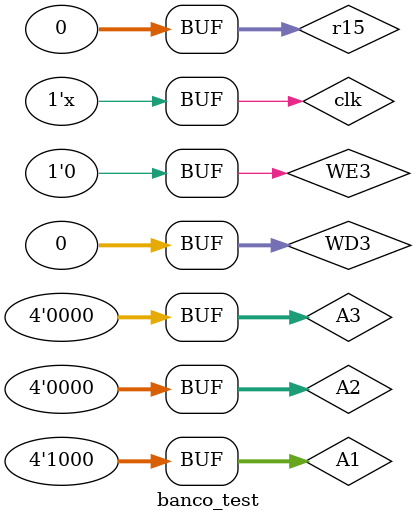
<source format=v>
`timescale 1ns / 1ps


module banco_test;

	// Inputs
	reg clk=1;
	reg WE3;
	reg [3:0] A1;
	reg [3:0] A2;
	reg [3:0] A3;
	reg [31:0] WD3;
	reg [31:0] r15;

	// Outputs
	wire [31:0] RD1;
	wire [31:0] RD2;

	// Instantiate the Unit Under Test (UUT)
	BancoDeRegistros uut (
		.clk(clk), 
		.WE3(WE3), 
		.A1(A1), 
		.A2(A2), 
		.A3(A3), 
		.WD3(WD3), 
		.r15(r15), 
		.RD1(RD1), 
		.RD2(RD2)
	);
	
	always #5 clk=~clk;
	initial begin
		// Initialize Inputs
		WE3 = 0;
		A1 = 0;
		A2 = 0;
		A3 = 0;
		WD3 = 0;
		r15 = 0;

		// Wait 100 ns for global reset to finish
		#100;
      
		WE3 = 0;
		A1 = 0;
		A2 = 0;
		A3 = 4'b1001;
		WD3 = 32'b00000000000000000000000000000111;
		r15 = 0;
		
		#10;
		WE3 = 0;
		A1 = 4'b1001;
		A2 = 0;
		A3 = 0;
		WD3 = 0;
		r15 = 0;
		#10;		
		// Add stimulus here
		WE3 = 0;
		A1 = 4'b1000;
		A2 = 0;
		A3 = 0;
		WD3 = 0;
		r15 = 0;

	end
      
endmodule


</source>
